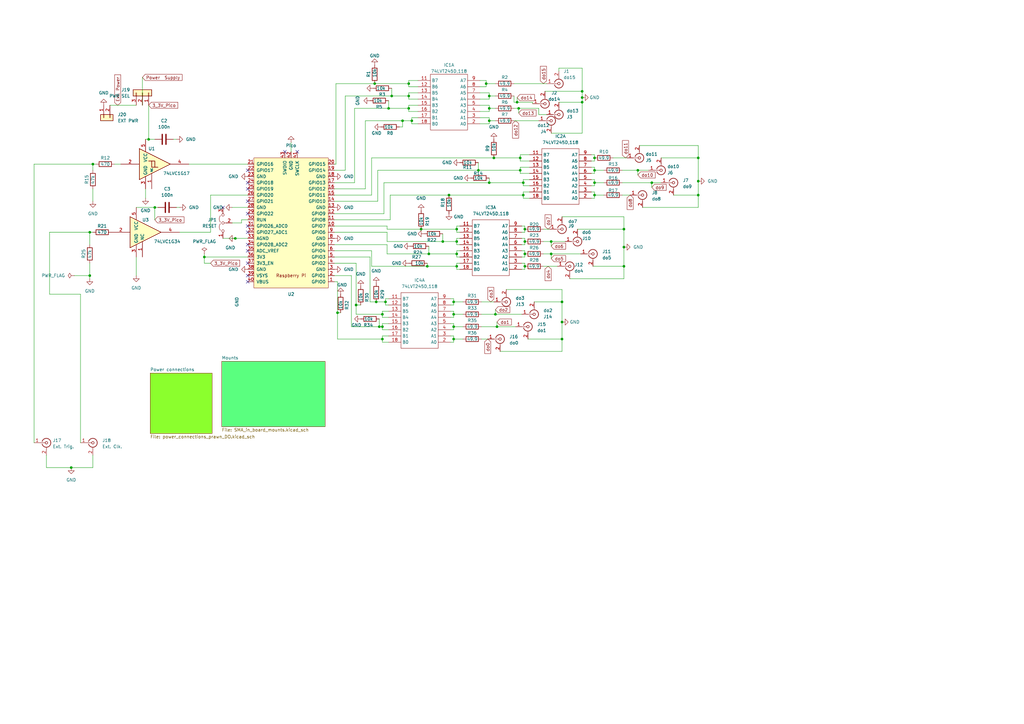
<source format=kicad_sch>
(kicad_sch (version 20230121) (generator eeschema)
  (paper "A3")
  (title_block (title "Prawn DO Breakout") (date "2024-01-19") (rev "01") (company "US Army Research Laboratory") (comment 1 "Email: david.h.meyer3.civ@army.mil") (comment 2 "Original Design By: David Meyer"))
  (junction (at 83.82 105.41))
  (junction (at 214.63 80.01))
  (junction (at 167.64 44.45))
  (junction (at 213.36 69.85))
  (junction (at 187.325 109.22))
  (junction (at 186.055 128.905))
  (junction (at 203.835 133.985))
  (junction (at 213.36 64.77))
  (junction (at 238.76 37.465))
  (junction (at 63.5 85.09))
  (junction (at 226.06 104.14))
  (junction (at 172.72 93.98))
  (junction (at 203.2 128.905))
  (junction (at 215.265 93.98))
  (junction (at 267.335 74.93))
  (junction (at 199.39 34.29))
  (junction (at 156.845 133.985))
  (junction (at 187.325 104.14))
  (junction (at 186.055 123.825))
  (junction (at 184.15 80.01))
  (junction (at 212.725 44.45))
  (junction (at 200.66 49.53))
  (junction (at 167.64 39.37))
  (junction (at 255.905 93.98))
  (junction (at 230.505 132.08))
  (junction (at 215.265 109.22))
  (junction (at 186.055 139.065))
  (junction (at 181.61 99.06))
  (junction (at 167.64 34.29))
  (junction (at 156.845 139.065))
  (junction (at 243.84 64.77))
  (junction (at 200.66 74.93))
  (junction (at 160.655 39.37))
  (junction (at 38.1 67.31))
  (junction (at 286.385 74.295))
  (junction (at 165.1 49.53))
  (junction (at 215.265 99.06))
  (junction (at 243.84 69.85))
  (junction (at 186.055 133.985))
  (junction (at 156.845 128.905))
  (junction (at 146.05 125.095))
  (junction (at 286.385 64.77))
  (junction (at 286.385 80.01))
  (junction (at 243.84 80.01))
  (junction (at 243.84 74.93))
  (junction (at 187.325 93.98))
  (junction (at 215.265 104.14))
  (junction (at 187.325 99.06))
  (junction (at 175.26 109.22))
  (junction (at 29.21 191.77))
  (junction (at 159.385 44.45))
  (junction (at 255.905 109.22))
  (junction (at 155.575 133.985))
  (junction (at 196.215 69.85))
  (junction (at 214.63 74.93))
  (junction (at 255.905 101.346))
  (junction (at 238.76 40.005))
  (junction (at 96.52 97.79))
  (junction (at 36.83 95.25))
  (junction (at 230.505 139.065))
  (junction (at 36.83 113.03))
  (junction (at 158.115 123.825))
  (junction (at 154.305 123.825))
  (junction (at 212.09 41.91))
  (junction (at 202.565 64.77))
  (junction (at 200.66 44.45))
  (junction (at 138.43 128.27))
  (junction (at 261.62 69.85))
  (junction (at 60.96 57.15))
  (junction (at 168.91 49.53))
  (junction (at 175.895 104.14))
  (junction (at 153.67 34.29))
  (junction (at 230.505 123.825))
  (junction (at 238.76 41.91))
  (junction (at 200.66 39.37))
  (junction (at 226.06 99.06))
  (no_connect (at 101.6 77.47))
  (no_connect (at 116.84 62.23))
  (no_connect (at 101.6 113.03))
  (no_connect (at 101.6 82.55))
  (no_connect (at 101.6 100.33))
  (no_connect (at 101.6 69.85))
  (no_connect (at 101.6 87.63))
  (no_connect (at 101.6 74.93))
  (no_connect (at 101.6 107.95))
  (no_connect (at 121.92 62.23))
  (no_connect (at 101.6 102.87))
  (no_connect (at 101.6 92.71))
  (no_connect (at 101.6 95.25))
  (no_connect (at 91.44 85.09))
  (no_connect (at 101.6 115.57))
  (wire (pts (xy 214.63 81.28) (xy 217.17 81.28)))
  (wire (pts (xy 187.325 107.95) (xy 187.325 109.22)))
  (wire (pts (xy 187.325 97.79) (xy 187.325 99.06)))
  (wire (pts (xy 213.36 63.5) (xy 217.17 63.5)))
  (wire (pts (xy 59.69 77.47) (xy 59.69 81.28)))
  (wire (pts (xy 242.57 78.74) (xy 243.84 78.74)))
  (wire (pts (xy 155.575 130.81) (xy 155.575 133.985)))
  (wire (pts (xy 159.385 44.45) (xy 167.64 44.45)))
  (wire (pts (xy 243.84 71.12) (xy 242.57 71.12)))
  (wire (pts (xy 243.84 81.28) (xy 242.57 81.28)))
  (wire (pts (xy 168.91 49.53) (xy 168.91 48.26)))
  (wire (pts (xy 217.17 78.74) (xy 214.63 78.74)))
  (wire (pts (xy 243.205 109.22) (xy 255.905 109.22)))
  (wire (pts (xy 99.06 91.44) (xy 99.06 90.17)))
  (wire (pts (xy 144.145 113.03) (xy 144.145 133.985)))
  (wire (pts (xy 222.885 109.22) (xy 228.6 109.22)))
  (wire (pts (xy 184.785 137.795) (xy 186.055 137.795)))
  (wire (pts (xy 203.835 133.985) (xy 211.455 133.985)))
  (wire (pts (xy 157.48 74.93) (xy 200.66 74.93)))
  (wire (pts (xy 242.57 76.2) (xy 243.84 76.2)))
  (wire (pts (xy 186.055 128.905) (xy 189.865 128.905)))
  (wire (pts (xy 215.265 107.95) (xy 215.265 109.22)))
  (wire (pts (xy 186.055 123.825) (xy 189.865 123.825)))
  (wire (pts (xy 160.02 80.01) (xy 184.15 80.01)))
  (wire (pts (xy 187.325 99.06) (xy 187.325 100.33)))
  (wire (pts (xy 217.17 68.58) (xy 213.36 68.58)))
  (wire (pts (xy 255.905 88.9) (xy 230.505 88.9)))
  (wire (pts (xy 238.76 37.465) (xy 238.76 40.005)))
  (wire (pts (xy 60.96 43.18) (xy 60.96 57.15)))
  (wire (pts (xy 167.64 35.56) (xy 167.64 34.29)))
  (wire (pts (xy 230.505 118.745) (xy 207.645 118.745)))
  (wire (pts (xy 215.265 105.41) (xy 215.265 104.14)))
  (wire (pts (xy 243.84 69.85) (xy 243.84 71.12)))
  (wire (pts (xy 71.12 57.15) (xy 72.39 57.15)))
  (wire (pts (xy 146.05 125.095) (xy 146.05 128.905)))
  (wire (pts (xy 229.235 27.94) (xy 238.76 27.94)))
  (wire (pts (xy 175.26 109.22) (xy 187.325 109.22)))
  (wire (pts (xy 200.66 39.37) (xy 203.2 39.37)))
  (wire (pts (xy 200.66 39.37) (xy 200.66 38.1)))
  (wire (pts (xy 171.45 40.64) (xy 167.64 40.64)))
  (wire (pts (xy 213.36 63.5) (xy 213.36 64.77)))
  (wire (pts (xy 156.845 140.335) (xy 159.385 140.335)))
  (wire (pts (xy 20.32 120.65) (xy 20.32 95.25)))
  (wire (pts (xy 243.84 68.58) (xy 243.84 69.85)))
  (wire (pts (xy 165.1 52.07) (xy 165.1 49.53)))
  (wire (pts (xy 141.605 39.37) (xy 141.605 69.85)))
  (wire (pts (xy 199.39 35.56) (xy 199.39 34.29)))
  (wire (pts (xy 137.16 105.41) (xy 151.765 105.41)))
  (wire (pts (xy 86.36 95.25) (xy 86.36 80.01)))
  (wire (pts (xy 20.32 95.25) (xy 36.83 95.25)))
  (wire (pts (xy 286.385 74.295) (xy 286.385 64.77)))
  (wire (pts (xy 158.115 122.555) (xy 158.115 123.825)))
  (wire (pts (xy 184.15 80.01) (xy 214.63 80.01)))
  (wire (pts (xy 213.36 69.85) (xy 213.36 71.12)))
  (wire (pts (xy 137.16 107.95) (xy 146.05 107.95)))
  (wire (pts (xy 137.16 67.31) (xy 137.795 67.31)))
  (wire (pts (xy 38.1 67.31) (xy 38.1 69.85)))
  (wire (pts (xy 19.05 186.69) (xy 19.05 191.77)))
  (wire (pts (xy 171.45 35.56) (xy 167.64 35.56)))
  (wire (pts (xy 196.85 50.8) (xy 200.66 50.8)))
  (wire (pts (xy 184.785 132.715) (xy 186.055 132.715)))
  (wire (pts (xy 212.725 44.45) (xy 212.725 46.355)))
  (wire (pts (xy 145.415 44.45) (xy 145.415 74.93)))
  (wire (pts (xy 243.84 63.5) (xy 243.84 64.77)))
  (wire (pts (xy 263.525 85.09) (xy 286.385 85.09)))
  (wire (pts (xy 255.905 101.346) (xy 255.905 93.98)))
  (wire (pts (xy 83.82 105.41) (xy 83.82 107.95)))
  (wire (pts (xy 158.75 100.33) (xy 158.75 104.14)))
  (wire (pts (xy 186.055 122.555) (xy 184.785 122.555)))
  (wire (pts (xy 167.64 44.45) (xy 167.64 43.18)))
  (wire (pts (xy 197.485 133.985) (xy 203.835 133.985)))
  (wire (pts (xy 159.385 122.555) (xy 158.115 122.555)))
  (wire (pts (xy 243.84 64.77) (xy 243.84 66.04)))
  (wire (pts (xy 222.885 99.06) (xy 226.06 99.06)))
  (wire (pts (xy 188.595 97.79) (xy 187.325 97.79)))
  (wire (pts (xy 159.385 127.635) (xy 156.845 127.635)))
  (wire (pts (xy 212.09 41.91) (xy 210.82 41.91)))
  (wire (pts (xy 224.155 46.99) (xy 220.98 46.99)))
  (wire (pts (xy 215.265 95.25) (xy 215.265 93.98)))
  (wire (pts (xy 184.785 140.335) (xy 186.055 140.335)))
  (wire (pts (xy 200.66 44.45) (xy 200.66 43.18)))
  (wire (pts (xy 242.57 63.5) (xy 243.84 63.5)))
  (wire (pts (xy 214.63 76.2) (xy 217.17 76.2)))
  (wire (pts (xy 96.52 97.79) (xy 101.6 97.79)))
  (wire (pts (xy 137.16 90.17) (xy 160.02 90.17)))
  (wire (pts (xy 222.885 93.98) (xy 225.425 93.98)))
  (wire (pts (xy 149.86 49.53) (xy 165.1 49.53)))
  (wire (pts (xy 220.98 49.53) (xy 210.82 49.53)))
  (wire (pts (xy 141.605 39.37) (xy 160.655 39.37)))
  (wire (pts (xy 215.265 100.33) (xy 215.265 99.06)))
  (wire (pts (xy 156.845 137.795) (xy 156.845 139.065)))
  (wire (pts (xy 187.325 105.41) (xy 188.595 105.41)))
  (wire (pts (xy 203.835 132.08) (xy 203.835 133.985)))
  (wire (pts (xy 197.485 139.065) (xy 200.025 139.065)))
  (wire (pts (xy 146.05 128.905) (xy 156.845 128.905)))
  (wire (pts (xy 200.66 39.37) (xy 200.66 40.64)))
  (wire (pts (xy 159.385 132.715) (xy 156.845 132.715)))
  (wire (pts (xy 243.84 69.85) (xy 247.65 69.85)))
  (wire (pts (xy 144.145 133.985) (xy 155.575 133.985)))
  (wire (pts (xy 33.02 120.65) (xy 20.32 120.65)))
  (wire (pts (xy 13.97 181.61) (xy 13.97 67.31)))
  (wire (pts (xy 236.855 93.98) (xy 255.905 93.98)))
  (wire (pts (xy 186.055 137.795) (xy 186.055 139.065)))
  (wire (pts (xy 203.2 34.29) (xy 199.39 34.29)))
  (wire (pts (xy 276.225 80.01) (xy 286.385 80.01)))
  (wire (pts (xy 219.075 123.825) (xy 230.505 123.825)))
  (wire (pts (xy 158.75 104.14) (xy 175.895 104.14)))
  (wire (pts (xy 218.44 41.91) (xy 218.44 42.545)))
  (wire (pts (xy 226.06 99.06) (xy 226.06 100.965)))
  (wire (pts (xy 197.485 128.905) (xy 203.2 128.905)))
  (wire (pts (xy 137.16 77.47) (xy 149.86 77.47)))
  (wire (pts (xy 196.85 38.1) (xy 200.66 38.1)))
  (wire (pts (xy 230.505 144.145) (xy 230.505 139.065)))
  (wire (pts (xy 137.16 82.55) (xy 154.94 82.55)))
  (wire (pts (xy 238.76 41.91) (xy 238.76 54.61)))
  (wire (pts (xy 213.995 105.41) (xy 215.265 105.41)))
  (wire (pts (xy 137.16 115.57) (xy 138.43 115.57)))
  (wire (pts (xy 213.995 107.95) (xy 215.265 107.95)))
  (wire (pts (xy 59.69 57.15) (xy 60.96 57.15)))
  (wire (pts (xy 187.325 104.14) (xy 187.325 105.41)))
  (wire (pts (xy 36.83 95.25) (xy 36.83 100.33)))
  (wire (pts (xy 186.055 122.555) (xy 186.055 123.825)))
  (wire (pts (xy 154.94 69.85) (xy 154.94 82.55)))
  (wire (pts (xy 171.45 45.72) (xy 167.64 45.72)))
  (wire (pts (xy 267.335 74.93) (xy 271.145 74.93)))
  (wire (pts (xy 222.885 104.14) (xy 226.06 104.14)))
  (wire (pts (xy 83.82 107.95) (xy 86.36 107.95)))
  (wire (pts (xy 255.905 114.3) (xy 255.905 109.22)))
  (wire (pts (xy 172.72 93.98) (xy 187.325 93.98)))
  (wire (pts (xy 243.84 78.74) (xy 243.84 80.01)))
  (wire (pts (xy 255.27 69.85) (xy 261.62 69.85)))
  (wire (pts (xy 156.845 139.065) (xy 156.845 140.335)))
  (wire (pts (xy 168.91 50.8) (xy 168.91 49.53)))
  (wire (pts (xy 167.64 40.64) (xy 167.64 39.37)))
  (wire (pts (xy 187.325 100.33) (xy 188.595 100.33)))
  (wire (pts (xy 238.76 54.61) (xy 226.06 54.61)))
  (wire (pts (xy 91.44 97.79) (xy 96.52 97.79)))
  (wire (pts (xy 226.06 106.045) (xy 226.06 104.14)))
  (wire (pts (xy 55.88 105.41) (xy 55.88 113.03)))
  (wire (pts (xy 213.995 100.33) (xy 215.265 100.33)))
  (wire (pts (xy 138.43 128.27) (xy 139.7 128.27)))
  (wire (pts (xy 158.75 99.06) (xy 181.61 99.06)))
  (wire (pts (xy 202.565 64.77) (xy 213.36 64.77)))
  (wire (pts (xy 238.76 40.005) (xy 238.76 41.91)))
  (wire (pts (xy 151.765 123.825) (xy 154.305 123.825)))
  (wire (pts (xy 203.2 128.905) (xy 213.995 128.905)))
  (wire (pts (xy 154.94 69.85) (xy 196.215 69.85)))
  (wire (pts (xy 138.43 115.57) (xy 138.43 128.27)))
  (wire (pts (xy 38.1 77.47) (xy 38.1 82.55)))
  (wire (pts (xy 230.505 132.08) (xy 230.505 139.065)))
  (wire (pts (xy 95.25 91.44) (xy 99.06 91.44)))
  (wire (pts (xy 215.265 109.22) (xy 215.265 110.49)))
  (wire (pts (xy 187.325 102.87) (xy 187.325 104.14)))
  (wire (pts (xy 213.36 68.58) (xy 213.36 69.85)))
  (wire (pts (xy 196.85 45.72) (xy 200.66 45.72)))
  (wire (pts (xy 230.505 118.745) (xy 230.505 123.825)))
  (wire (pts (xy 243.84 74.93) (xy 243.84 76.2)))
  (wire (pts (xy 188.595 95.25) (xy 187.325 95.25)))
  (wire (pts (xy 286.385 64.77) (xy 286.385 59.69)))
  (wire (pts (xy 186.055 140.335) (xy 186.055 139.065)))
  (wire (pts (xy 58.42 31.75) (xy 58.42 43.18)))
  (wire (pts (xy 181.61 99.06) (xy 187.325 99.06)))
  (wire (pts (xy 151.765 105.41) (xy 151.765 123.825)))
  (wire (pts (xy 158.115 125.095) (xy 159.385 125.095)))
  (wire (pts (xy 186.055 127.635) (xy 186.055 128.905)))
  (wire (pts (xy 153.67 34.29) (xy 167.64 34.29)))
  (wire (pts (xy 200.66 74.93) (xy 214.63 74.93)))
  (wire (pts (xy 271.145 64.77) (xy 286.385 64.77)))
  (wire (pts (xy 199.39 34.29) (xy 199.39 33.02)))
  (wire (pts (xy 157.48 74.93) (xy 157.48 87.63)))
  (wire (pts (xy 230.505 123.825) (xy 230.505 132.08)))
  (wire (pts (xy 187.325 92.71) (xy 188.595 92.71)))
  (wire (pts (xy 238.76 27.94) (xy 238.76 37.465)))
  (wire (pts (xy 156.845 133.985) (xy 156.845 135.255)))
  (wire (pts (xy 188.595 107.95) (xy 187.325 107.95)))
  (wire (pts (xy 99.06 90.17) (xy 101.6 90.17)))
  (wire (pts (xy 187.325 93.98) (xy 187.325 92.71)))
  (wire (pts (xy 215.265 102.87) (xy 213.995 102.87)))
  (wire (pts (xy 214.63 78.74) (xy 214.63 80.01)))
  (wire (pts (xy 137.16 92.71) (xy 158.75 92.71)))
  (wire (pts (xy 213.36 64.77) (xy 213.36 66.04)))
  (wire (pts (xy 137.16 74.93) (xy 145.415 74.93)))
  (wire (pts (xy 286.385 59.69) (xy 262.255 59.69)))
  (wire (pts (xy 196.85 35.56) (xy 199.39 35.56)))
  (wire (pts (xy 186.055 125.095) (xy 184.785 125.095)))
  (wire (pts (xy 83.82 104.14) (xy 83.82 105.41)))
  (wire (pts (xy 159.385 137.795) (xy 156.845 137.795)))
  (wire (pts (xy 158.75 93.98) (xy 172.72 93.98)))
  (wire (pts (xy 243.84 74.93) (xy 247.65 74.93)))
  (wire (pts (xy 63.5 85.09) (xy 63.5 90.17)))
  (wire (pts (xy 243.84 80.01) (xy 247.65 80.01)))
  (wire (pts (xy 184.785 135.255) (xy 186.055 135.255)))
  (wire (pts (xy 36.83 107.95) (xy 36.83 113.03)))
  (wire (pts (xy 200.66 45.72) (xy 200.66 44.45)))
  (wire (pts (xy 55.88 85.09) (xy 63.5 85.09)))
  (wire (pts (xy 261.62 69.85) (xy 266.065 69.85)))
  (wire (pts (xy 175.26 107.95) (xy 175.26 109.22)))
  (wire (pts (xy 286.385 74.295) (xy 286.385 80.01)))
  (wire (pts (xy 261.62 69.85) (xy 261.62 71.755)))
  (wire (pts (xy 46.99 67.31) (xy 49.53 67.31)))
  (wire (pts (xy 63.5 85.09) (xy 64.77 85.09)))
  (wire (pts (xy 152.4 64.77) (xy 152.4 80.01)))
  (wire (pts (xy 149.86 49.53) (xy 149.86 77.47)))
  (wire (pts (xy 200.66 49.53) (xy 203.2 49.53)))
  (wire (pts (xy 156.845 130.175) (xy 159.385 130.175)))
  (wire (pts (xy 200.66 50.8) (xy 200.66 49.53)))
  (wire (pts (xy 286.385 80.01) (xy 286.385 85.09)))
  (wire (pts (xy 160.655 39.37) (xy 167.64 39.37)))
  (wire (pts (xy 137.16 80.01) (xy 152.4 80.01)))
  (wire (pts (xy 60.96 57.15) (xy 63.5 57.15)))
  (wire (pts (xy 196.85 40.64) (xy 200.66 40.64)))
  (wire (pts (xy 137.16 69.85) (xy 141.605 69.85)))
  (wire (pts (xy 156.845 128.905) (xy 156.845 130.175)))
  (wire (pts (xy 212.09 40.005) (xy 212.09 41.91)))
  (wire (pts (xy 13.97 67.31) (xy 38.1 67.31)))
  (wire (pts (xy 187.325 95.25) (xy 187.325 93.98)))
  (wire (pts (xy 152.4 102.87) (xy 152.4 109.22)))
  (wire (pts (xy 200.66 44.45) (xy 203.2 44.45)))
  (wire (pts (xy 242.57 68.58) (xy 243.84 68.58)))
  (wire (pts (xy 210.82 34.29) (xy 224.155 34.29)))
  (wire (pts (xy 38.1 186.69) (xy 38.1 191.77)))
  (wire (pts (xy 30.48 113.03) (xy 36.83 113.03)))
  (wire (pts (xy 77.47 67.31) (xy 101.6 67.31)))
  (wire (pts (xy 229.235 41.91) (xy 238.76 41.91)))
  (wire (pts (xy 145.415 44.45) (xy 159.385 44.45)))
  (wire (pts (xy 181.61 95.885) (xy 181.61 99.06)))
  (wire (pts (xy 38.1 67.31) (xy 39.37 67.31)))
  (wire (pts (xy 83.82 105.41) (xy 101.6 105.41)))
  (wire (pts (xy 137.795 34.29) (xy 153.67 34.29)))
  (wire (pts (xy 167.64 38.1) (xy 171.45 38.1)))
  (wire (pts (xy 214.63 80.01) (xy 214.63 81.28)))
  (wire (pts (xy 217.17 73.66) (xy 214.63 73.66)))
  (wire (pts (xy 156.845 127.635) (xy 156.845 128.905)))
  (wire (pts (xy 251.46 64.77) (xy 257.175 64.77)))
  (wire (pts (xy 137.16 95.25) (xy 158.75 95.25)))
  (wire (pts (xy 196.215 69.85) (xy 213.36 69.85)))
  (wire (pts (xy 167.64 43.18) (xy 171.45 43.18)))
  (wire (pts (xy 214.63 73.66) (xy 214.63 74.93)))
  (wire (pts (xy 137.16 87.63) (xy 157.48 87.63)))
  (wire (pts (xy 196.85 43.18) (xy 200.66 43.18)))
  (wire (pts (xy 186.055 128.905) (xy 186.055 130.175)))
  (wire (pts (xy 72.39 85.09) (xy 73.66 85.09)))
  (wire (pts (xy 215.265 97.79) (xy 213.995 97.79)))
  (wire (pts (xy 242.57 73.66) (xy 243.84 73.66)))
  (wire (pts (xy 215.265 99.06) (xy 215.265 97.79)))
  (wire (pts (xy 175.895 104.14) (xy 187.325 104.14)))
  (wire (pts (xy 200.66 73.025) (xy 200.66 74.93)))
  (wire (pts (xy 167.64 34.29) (xy 167.64 33.02)))
  (wire (pts (xy 146.05 107.95) (xy 146.05 125.095)))
  (wire (pts (xy 160.02 80.01) (xy 160.02 90.17)))
  (wire (pts (xy 196.85 48.26) (xy 200.66 48.26)))
  (wire (pts (xy 154.305 123.825) (xy 158.115 123.825)))
  (wire (pts (xy 197.485 123.825) (xy 202.565 123.825)))
  (wire (pts (xy 138.43 128.27) (xy 138.43 139.065)))
  (wire (pts (xy 213.995 95.25) (xy 215.265 95.25)))
  (wire (pts (xy 175.895 100.965) (xy 175.895 104.14)))
  (wire (pts (xy 168.91 48.26) (xy 171.45 48.26)))
  (wire (pts (xy 73.66 95.25) (xy 86.36 95.25)))
  (wire (pts (xy 196.85 33.02) (xy 199.39 33.02)))
  (wire (pts (xy 171.45 50.8) (xy 168.91 50.8)))
  (wire (pts (xy 158.75 95.25) (xy 158.75 99.06)))
  (wire (pts (xy 213.36 71.12) (xy 217.17 71.12)))
  (wire (pts (xy 196.215 66.675) (xy 196.215 69.85)))
  (wire (pts (xy 119.38 62.23) (xy 119.38 58.42)))
  (wire (pts (xy 210.82 41.91) (xy 210.82 39.37)))
  (wire (pts (xy 255.27 80.01) (xy 258.445 80.01)))
  (wire (pts (xy 33.02 181.61) (xy 33.02 120.65)))
  (wire (pts (xy 86.36 80.01) (xy 101.6 80.01)))
  (wire (pts (xy 267.335 74.93) (xy 267.335 76.835)))
  (wire (pts (xy 243.84 80.01) (xy 243.84 81.28)))
  (wire (pts (xy 205.105 144.145) (xy 230.505 144.145)))
  (wire (pts (xy 186.055 132.715) (xy 186.055 133.985)))
  (wire (pts (xy 215.265 93.98) (xy 215.265 92.71)))
  (wire (pts (xy 167.64 45.72) (xy 167.64 44.45)))
  (wire (pts (xy 152.4 109.22) (xy 175.26 109.22)))
  (wire (pts (xy 226.06 104.14) (xy 238.125 104.14)))
  (wire (pts (xy 158.75 92.71) (xy 158.75 93.98)))
  (wire (pts (xy 156.845 135.255) (xy 159.385 135.255)))
  (wire (pts (xy 210.82 44.45) (xy 212.725 44.45)))
  (wire (pts (xy 243.84 66.04) (xy 242.57 66.04)))
  (wire (pts (xy 220.98 46.99) (xy 220.98 44.45)))
  (wire (pts (xy 186.055 133.985) (xy 189.865 133.985)))
  (wire (pts (xy 188.595 102.87) (xy 187.325 102.87)))
  (wire (pts (xy 184.785 127.635) (xy 186.055 127.635)))
  (wire (pts (xy 233.68 114.3) (xy 255.905 114.3)))
  (wire (pts (xy 160.655 36.195) (xy 160.655 39.37)))
  (wire (pts (xy 156.845 132.715) (xy 156.845 133.985)))
  (wire (pts (xy 137.16 113.03) (xy 144.145 113.03)))
  (wire (pts (xy 215.265 110.49) (xy 213.995 110.49)))
  (wire (pts (xy 215.265 104.14) (xy 215.265 102.87)))
  (wire (pts (xy 255.905 93.98) (xy 255.905 88.9)))
  (wire (pts (xy 226.06 99.06) (xy 231.775 99.06)))
  (wire (pts (xy 229.235 27.94) (xy 229.235 29.21)))
  (wire (pts (xy 138.43 139.065) (xy 156.845 139.065)))
  (wire (pts (xy 215.265 92.71) (xy 213.995 92.71)))
  (wire (pts (xy 255.27 74.93) (xy 267.335 74.93)))
  (wire (pts (xy 186.055 125.095) (xy 186.055 123.825)))
  (wire (pts (xy 155.575 133.985) (xy 156.845 133.985)))
  (wire (pts (xy 218.44 41.91) (xy 212.09 41.91)))
  (wire (pts (xy 213.36 66.04) (xy 217.17 66.04)))
  (wire (pts (xy 36.83 113.03) (xy 36.83 114.3)))
  (wire (pts (xy 214.63 74.93) (xy 214.63 76.2)))
  (wire (pts (xy 45.085 43.18) (xy 55.88 43.18)))
  (wire (pts (xy 137.795 34.29) (xy 137.795 67.31)))
  (wire (pts (xy 243.84 73.66) (xy 243.84 74.93)))
  (wire (pts (xy 167.64 33.02) (xy 171.45 33.02)))
  (wire (pts (xy 223.52 37.465) (xy 238.76 37.465)))
  (wire (pts (xy 184.785 130.175) (xy 186.055 130.175)))
  (wire (pts (xy 186.055 139.065) (xy 189.865 139.065)))
  (wire (pts (xy 200.66 49.53) (xy 200.66 48.26)))
  (wire (pts (xy 187.325 110.49) (xy 188.595 110.49)))
  (wire (pts (xy 95.25 85.09) (xy 101.6 85.09)))
  (wire (pts (xy 158.115 123.825) (xy 158.115 125.095)))
  (wire (pts (xy 186.055 133.985) (xy 186.055 135.255)))
  (wire (pts (xy 163.83 52.07) (xy 165.1 52.07)))
  (wire (pts (xy 19.05 191.77) (xy 29.21 191.77)))
  (wire (pts (xy 187.325 109.22) (xy 187.325 110.49)))
  (wire (pts (xy 216.535 139.065) (xy 230.505 139.065)))
  (wire (pts (xy 137.16 102.87) (xy 152.4 102.87)))
  (wire (pts (xy 146.05 125.095) (xy 147.955 125.095)))
  (wire (pts (xy 212.725 44.45) (xy 220.98 44.45)))
  (wire (pts (xy 165.1 49.53) (xy 168.91 49.53)))
  (wire (pts (xy 137.16 100.33) (xy 158.75 100.33)))
  (wire (pts (xy 152.4 64.77) (xy 202.565 64.77)))
  (wire (pts (xy 167.64 39.37) (xy 167.64 38.1)))
  (wire (pts (xy 38.1 191.77) (xy 29.21 191.77)))
  (wire (pts (xy 203.2 127) (xy 203.2 128.905)))
  (wire (pts (xy 255.905 109.22) (xy 255.905 101.346)))
  (wire (pts (xy 159.385 41.275) (xy 159.385 44.45)))
  (wire (pts (xy 36.83 95.25) (xy 38.1 95.25)))
  (global_label "do13" (shape input) (at 212.725 46.355 0) (property "Intersheetrefs" "${INTERSHEET_REFS}" (effects hide)))
  (global_label "3_3V_Pico" (shape input) (at 60.96 43.18 0) (property "Intersheetrefs" "${INTERSHEET_REFS}" (effects hide)))
  (global_label "do4" (shape input) (at 224.79 109.22 270) (property "Intersheetrefs" "${INTERSHEET_REFS}" (effects hide)))
  (global_label "do12" (shape input) (at 211.455 49.53 270) (property "Intersheetrefs" "${INTERSHEET_REFS}" (effects hide)))
  (global_label "do15" (shape input) (at 222.885 34.29 90) (property "Intersheetrefs" "${INTERSHEET_REFS}" (effects hide)))
  (global_label "do2" (shape input) (at 203.2 127 0) (property "Intersheetrefs" "${INTERSHEET_REFS}" (effects hide)))
  (global_label "Power  Supply" (shape input) (at 58.42 31.75 0) (property "Intersheetrefs" "${INTERSHEET_REFS}" (effects hide)))
  (global_label "Ext. Power" (shape input) (at 48.26 43.18 90) (property "Intersheetrefs" "${INTERSHEET_REFS}" (effects hide)))
  (global_label "3_3V_Pico" (shape input) (at 86.36 107.95 0) (property "Intersheetrefs" "${INTERSHEET_REFS}" (effects hide)))
  (global_label "do7" (shape input) (at 224.79 93.98 90) (property "Intersheetrefs" "${INTERSHEET_REFS}" (effects hide)))
  (global_label "do9" (shape input) (at 267.335 76.835 0) (property "Intersheetrefs" "${INTERSHEET_REFS}" (effects hide)))
  (global_label "do3" (shape input) (at 201.295 123.825 90) (property "Intersheetrefs" "${INTERSHEET_REFS}" (effects hide)))
  (global_label "do5" (shape input) (at 226.06 106.045 0) (property "Intersheetrefs" "${INTERSHEET_REFS}" (effects hide)))
  (global_label "do0" (shape input) (at 200.025 139.065 270) (property "Intersheetrefs" "${INTERSHEET_REFS}" (effects hide)))
  (global_label "do10" (shape input) (at 261.62 71.755 0) (property "Intersheetrefs" "${INTERSHEET_REFS}" (effects hide)))
  (global_label "3_3V_Pico" (shape input) (at 63.5 90.17 0) (property "Intersheetrefs" "${INTERSHEET_REFS}" (effects hide)))
  (global_label "do14" (shape input) (at 212.09 40.005 0) (property "Intersheetrefs" "${INTERSHEET_REFS}" (effects hide)))
  (global_label "do8" (shape input) (at 258.445 80.01 270) (property "Intersheetrefs" "${INTERSHEET_REFS}" (effects hide)))
  (global_label "do1" (shape input) (at 203.835 132.08 0) (property "Intersheetrefs" "${INTERSHEET_REFS}" (effects hide)))
  (global_label "do6" (shape input) (at 226.06 100.965 0) (property "Intersheetrefs" "${INTERSHEET_REFS}" (effects hide)))
  (global_label "do11" (shape input) (at 256.54 64.77 90) (property "Intersheetrefs" "${INTERSHEET_REFS}" (effects hide)))
  (symbol (lib_id "Connector:Conn_Coaxial") (at 38.1 181.61 0) (unit 1)
    (property "Reference" "J18" (at 41.91 180.6332 0) (effects (justify left)))
    (property "Value" "Ext. Clk." (at 41.91 183.1732 0) (effects (justify left)))
    (property "Footprint" "Connector_Coaxial:SMA_Amphenol_132289_EdgeMount" (effects hide))
    (property "Datasheet" " ~" (effects hide))
  )
  (symbol (lib_id "Device:R") (at 38.1 73.66 0) (unit 1)
    (property "Reference" "R15" (at 35.56 75.565 90) (effects (justify left)))
    (property "Value" "47k" (at 38.1 75.565 90) (effects (justify left)))
    (property "Footprint" "Resistor_SMD:R_1206_3216Metric_Pad1.30x1.75mm_HandSolder" (effects hide))
  )
  (symbol (lib_id "Connector:Conn_Coaxial") (at 216.535 133.985 0) (unit 1)
    (property "Reference" "J15" (at 220.345 133.0082 0) (effects (justify left)))
    (property "Value" "do1" (at 220.345 135.5482 0) (effects (justify left)))
    (property "Footprint" "Connector_Coaxial:SMA_Amphenol_901-144_Vertical" (effects hide))
    (property "Datasheet" " ~" (effects hide))
  )
  (symbol (lib_id "74LVT245D_118:74LVT245D,118_(split)") (at 229.87 85.09 180) (unit 1)
    (property "Reference" "IC2" (at 229.87 55.88 0))
    (property "Value" "74LVT245D,118" (at 229.87 58.42 0))
    (property "Footprint" "ICs:SOIC127P1032X265-20N" (effects hide))
    (property "Datasheet" "https://assets.nexperia.com/documents/data-sheet/74LVT245.pdf" (effects hide))
    (property "Description" "74LVT245 - 3.3 V octal transceiver with direction pin (3-state)@en-us" (effects hide))
  )
  (symbol (lib_id "power:GND") (at 139.7 120.65 180) (unit 1)
    (property "Reference" "#PWR033" (effects hide))
    (property "Value" "GND" (at 140.335 116.84 0))
  )
  (symbol (lib_id "power:GND") (at 202.565 57.15 180) (unit 1)
    (property "Reference" "#PWR08" (effects hide))
    (property "Value" "GND" (at 202.565 52.07 0))
  )
  (symbol (lib_id "Connector:Conn_Coaxial") (at 223.52 42.545 0) (mirror x) (unit 1)
    (property "Reference" "J2" (at 227.33 38.1 0))
    (property "Value" "do14" (at 227.33 40.64 0))
    (property "Footprint" "Connector_Coaxial:SMA_Amphenol_901-144_Vertical" (effects hide))
    (property "Datasheet" " ~" (effects hide))
  )
  (symbol (lib_id "Device:R") (at 207.01 39.37 90) (unit 1)
    (property "Reference" "R4" (at 207.01 36.83 90))
    (property "Value" "49.9" (at 207.01 39.37 90))
    (property "Footprint" "Resistor_SMD:R_1206_3216Metric_Pad1.30x1.75mm_HandSolder" (effects hide))
  )
  (symbol (lib_id "Connector_Generic:Conn_01x03") (at 58.42 38.1 270) (mirror x) (unit 1)
    (property "Reference" "J19" (at 53.34 36.83 90) (effects (justify right)))
    (property "Value" "PWR SEL" (at 53.34 39.37 90) (effects (justify right)))
    (property "Footprint" "Connector_PinHeader_2.54mm:PinHeader_1x03_P2.54mm_Vertical" (effects hide))
  )
  (symbol (lib_id "Connector:Conn_Coaxial") (at 276.225 74.93 0) (unit 1)
    (property "Reference" "J7" (at 280.035 73.9532 0) (effects (justify left)))
    (property "Value" "do9" (at 280.035 76.4932 0) (effects (justify left)))
    (property "Footprint" "Connector_Coaxial:SMA_Amphenol_901-144_Vertical" (effects hide))
    (property "Datasheet" " ~" (effects hide))
  )
  (symbol (lib_id "Device:R") (at 43.18 67.31 90) (unit 1)
    (property "Reference" "R12" (at 43.18 64.77 90))
    (property "Value" "470" (at 43.18 67.31 90))
    (property "Footprint" "Resistor_SMD:R_1206_3216Metric_Pad1.30x1.75mm_HandSolder" (effects hide))
  )
  (symbol (lib_id "Connector:Conn_Coaxial") (at 229.235 46.99 0) (mirror x) (unit 1)
    (property "Reference" "J3" (at 232.41 47.9668 0) (effects (justify left)))
    (property "Value" "do13" (at 232.41 45.4268 0) (effects (justify left)))
    (property "Footprint" "Connector_Coaxial:SMA_Amphenol_901-144_Vertical" (effects hide))
    (property "Datasheet" " ~" (effects hide))
  )
  (symbol (lib_id "power:GND") (at 188.595 66.675 270) (unit 1)
    (property "Reference" "#PWR010" (effects hide))
    (property "Value" "GND" (at 185.42 66.675 90) (effects (justify right)))
  )
  (symbol (lib_id "power:GND") (at 73.66 85.09 90) (unit 1)
    (property "Reference" "#PWR017" (effects hide))
    (property "Value" "GND" (at 77.47 85.09 90) (effects (justify right)))
  )
  (symbol (lib_id "power:GND") (at 29.21 191.77 0) (unit 1)
    (property "Reference" "#PWR036" (effects hide))
    (property "Value" "GND" (at 29.21 196.85 0))
  )
  (symbol (lib_id "Device:R") (at 207.01 34.29 90) (unit 1)
    (property "Reference" "R2" (at 207.01 31.75 90))
    (property "Value" "49.9" (at 207.01 34.29 90))
    (property "Footprint" "Resistor_SMD:R_1206_3216Metric_Pad1.30x1.75mm_HandSolder" (effects hide))
  )
  (symbol (lib_id "Device:R") (at 219.075 99.06 90) (unit 1)
    (property "Reference" "R23" (at 219.075 96.52 90))
    (property "Value" "49.9" (at 219.075 99.06 90))
    (property "Footprint" "Resistor_SMD:R_1206_3216Metric_Pad1.30x1.75mm_HandSolder" (effects hide))
  )
  (symbol (lib_id "Device:R") (at 251.46 80.01 90) (unit 1)
    (property "Reference" "R17" (at 251.46 78.105 90))
    (property "Value" "49.9" (at 251.46 80.01 90))
    (property "Footprint" "Resistor_SMD:R_1206_3216Metric_Pad1.30x1.75mm_HandSolder" (effects hide))
  )
  (symbol (lib_id "power:PWR_FLAG") (at 83.82 104.14 0) (unit 1)
    (property "Reference" "#FLG01" (effects hide))
    (property "Value" "PWR_FLAG" (at 83.82 99.06 0))
  )
  (symbol (lib_id "Device:R") (at 171.45 107.95 270) (unit 1)
    (property "Reference" "R27" (at 168.91 105.41 90) (effects (justify left)))
    (property "Value" "10k" (at 170.18 107.95 90) (effects (justify left)))
    (property "Footprint" "Resistor_SMD:R_0805_2012Metric_Pad1.20x1.40mm_HandSolder" (effects hide))
  )
  (symbol (lib_id "Device:R") (at 154.305 120.015 0) (unit 1)
    (property "Reference" "R29" (at 156.845 118.745 90) (effects (justify right)))
    (property "Value" "10k" (at 154.305 118.745 90) (effects (justify right)))
    (property "Footprint" "Resistor_SMD:R_0805_2012Metric_Pad1.20x1.40mm_HandSolder" (effects hide))
  )
  (symbol (lib_id "power:GND") (at 173.99 95.885 270) (unit 1)
    (property "Reference" "#PWR022" (effects hide))
    (property "Value" "GND" (at 167.005 95.885 90) (effects (justify left)))
  )
  (symbol (lib_id "power:PWR_FLAG") (at 30.48 113.03 90) (unit 1)
    (property "Reference" "#FLG02" (effects hide))
    (property "Value" "PWR_FLAG" (at 26.67 113.03 90) (effects (justify left)))
  )
  (symbol (lib_id "power:GND") (at 286.385 74.295 90) (unit 1)
    (property "Reference" "#PWR014" (effects hide))
    (property "Value" "GND" (at 290.195 74.295 90) (effects (justify right)))
  )
  (symbol (lib_id "Device:R") (at 172.72 90.17 0) (unit 1)
    (property "Reference" "R19" (at 175.26 88.9 90) (effects (justify right)))
    (property "Value" "10k" (at 172.72 88.9 90) (effects (justify right)))
    (property "Footprint" "Resistor_SMD:R_0805_2012Metric_Pad1.20x1.40mm_HandSolder" (effects hide))
  )
  (symbol (lib_id "power:GND") (at 193.04 73.025 270) (unit 1)
    (property "Reference" "#PWR013" (effects hide))
    (property "Value" "GND" (at 187.96 73.025 90))
  )
  (symbol (lib_id "power:GND") (at 101.6 110.49 270) (unit 1)
    (property "Reference" "#PWR027" (effects hide))
    (property "Value" "GND" (at 97.79 110.49 90) (effects (justify right)))
  )
  (symbol (lib_id "Device:C") (at 67.31 57.15 90) (unit 1)
    (property "Reference" "C2" (at 67.31 49.53 90))
    (property "Value" "100n" (at 67.31 52.07 90))
    (property "Footprint" "Capacitor_SMD:C_1206_3216Metric_Pad1.33x1.80mm_HandSolder" (effects hide))
  )
  (symbol (lib_id "Device:R") (at 41.91 95.25 90) (unit 1)
    (property "Reference" "R21" (at 41.91 92.71 90))
    (property "Value" "470" (at 41.91 95.25 90))
    (property "Footprint" "Resistor_SMD:R_1206_3216Metric_Pad1.30x1.75mm_HandSolder" (effects hide))
  )
  (symbol (lib_id "Device:R") (at 219.075 93.98 90) (unit 1)
    (property "Reference" "R20" (at 219.075 92.075 90))
    (property "Value" "49.9" (at 219.075 93.98 90))
    (property "Footprint" "Resistor_SMD:R_1206_3216Metric_Pad1.30x1.75mm_HandSolder" (effects hide))
  )
  (symbol (lib_id "Connector:Conn_Coaxial") (at 262.255 64.77 0) (mirror x) (unit 1)
    (property "Reference" "J5" (at 264.795 65.7468 0) (effects (justify left)))
    (property "Value" "do11" (at 264.795 63.2068 0) (effects (justify left)))
    (property "Footprint" "Connector_Coaxial:SMA_Amphenol_901-144_Vertical" (effects hide))
    (property "Datasheet" " ~" (effects hide))
  )
  (symbol (lib_id "Device:R") (at 193.675 139.065 90) (unit 1)
    (property "Reference" "R36" (at 193.675 136.525 90))
    (property "Value" "49.9" (at 193.675 139.065 90))
    (property "Footprint" "Resistor_SMD:R_1206_3216Metric_Pad1.30x1.75mm_HandSolder" (effects hide))
  )
  (symbol (lib_id "power:GND") (at 147.955 117.475 180) (unit 1)
    (property "Reference" "#PWR032" (effects hide))
    (property "Value" "GND" (at 147.955 112.395 0))
  )
  (symbol (lib_id "power:GND") (at 95.25 85.09 270) (unit 1)
    (property "Reference" "#PWR018" (effects hide))
    (property "Value" "GND" (at 91.44 85.09 90) (effects (justify right)))
  )
  (symbol (lib_id "Device:R") (at 160.02 52.07 270) (unit 1)
    (property "Reference" "R8" (at 161.29 54.61 90) (effects (justify right)))
    (property "Value" "10k" (at 161.29 52.07 90) (effects (justify right)))
    (property "Footprint" "Resistor_SMD:R_0805_2012Metric_Pad1.20x1.40mm_HandSolder" (effects hide))
  )
  (symbol (lib_id "Device:R") (at 193.675 123.825 90) (unit 1)
    (property "Reference" "R31" (at 193.675 121.285 90))
    (property "Value" "49.9" (at 193.675 123.825 90))
    (property "Footprint" "Resistor_SMD:R_1206_3216Metric_Pad1.30x1.75mm_HandSolder" (effects hide))
  )
  (symbol (lib_id "Connector:Conn_Coaxial") (at 243.205 104.14 0) (unit 1)
    (property "Reference" "J11" (at 247.015 103.1632 0) (effects (justify left)))
    (property "Value" "do5" (at 247.015 105.7032 0) (effects (justify left)))
    (property "Footprint" "Connector_Coaxial:SMA_Amphenol_901-144_Vertical" (effects hide))
    (property "Datasheet" " ~" (effects hide))
  )
  (symbol (lib_id "Device:R") (at 193.675 133.985 90) (unit 1)
    (property "Reference" "R35" (at 193.675 131.445 90))
    (property "Value" "49.9" (at 193.675 133.985 90))
    (property "Footprint" "Resistor_SMD:R_1206_3216Metric_Pad1.30x1.75mm_HandSolder" (effects hide))
  )
  (symbol (lib_id "Connector:Conn_Coaxial") (at 236.855 99.06 0) (mirror x) (unit 1)
    (property "Reference" "J10" (at 238.76 97.79 0) (effects (justify left)))
    (property "Value" "do6" (at 238.76 95.25 0) (effects (justify left)))
    (property "Footprint" "Connector_Coaxial:SMA_Amphenol_901-144_Vertical" (effects hide))
    (property "Datasheet" " ~" (effects hide))
  )
  (symbol (lib_id "power:GND") (at 184.15 87.63 0) (unit 1)
    (property "Reference" "#PWR021" (effects hide))
    (property "Value" "GND" (at 186.055 88.9 0) (effects (justify left)))
  )
  (symbol (lib_id "Connector:Conn_Coaxial") (at 219.075 128.905 0) (mirror x) (unit 1)
    (property "Reference" "J14" (at 222.885 129.8818 0) (effects (justify left)))
    (property "Value" "do2" (at 222.885 127.3418 0) (effects (justify left)))
    (property "Footprint" "Connector_Coaxial:SMA_Amphenol_901-144_Vertical" (effects hide))
    (property "Datasheet" " ~" (effects hide))
  )
  (symbol (lib_id "power:GND") (at 168.275 100.965 270) (unit 1)
    (property "Reference" "#PWR025" (effects hide))
    (property "Value" "GND" (at 161.29 100.965 90) (effects (justify left)))
  )
  (symbol (lib_id "Connector:Conn_Coaxial") (at 271.145 69.85 0) (mirror x) (unit 1)
    (property "Reference" "J6" (at 273.685 70.8268 0) (effects (justify left)))
    (property "Value" "do10" (at 273.685 68.2868 0) (effects (justify left)))
    (property "Footprint" "Connector_Coaxial:SMA_Amphenol_901-144_Vertical" (effects hide))
    (property "Datasheet" " ~" (effects hide))
  )
  (symbol (lib_id "Device:R") (at 196.85 73.025 90) (unit 1)
    (property "Reference" "R14" (at 198.12 71.12 90) (effects (justify left)))
    (property "Value" "10k" (at 198.12 73.025 90) (effects (justify left)))
    (property "Footprint" "Resistor_SMD:R_0805_2012Metric_Pad1.20x1.40mm_HandSolder" (effects hide))
  )
  (symbol (lib_id "Device:R") (at 202.565 60.96 180) (unit 1)
    (property "Reference" "R9" (at 200.025 62.23 90) (effects (justify right)))
    (property "Value" "10k" (at 202.565 62.23 90) (effects (justify right)))
    (property "Footprint" "Resistor_SMD:R_0805_2012Metric_Pad1.20x1.40mm_HandSolder" (effects hide))
  )
  (symbol (lib_id "74LVT245D_118:74LVT245D,118_(split)") (at 201.295 114.3 180) (unit 1)
    (property "Reference" "IC3" (at 201.295 85.09 0))
    (property "Value" "74LVT245D,118" (at 201.295 87.63 0))
    (property "Footprint" "ICs:SOIC127P1032X265-20N" (effects hide))
    (property "Datasheet" "https://assets.nexperia.com/documents/data-sheet/74LVT245.pdf" (effects hide))
    (property "Description" "74LVT245 - 3.3 V octal transceiver with direction pin (3-state)@en-us" (effects hide))
  )
  (symbol (lib_id "power:GND") (at 137.16 85.09 90) (unit 1)
    (property "Reference" "#PWR019" (effects hide))
    (property "Value" "GND" (at 140.97 85.09 90) (effects (justify right)))
  )
  (symbol (lib_id "Connector:Conn_Coaxial") (at 205.105 139.065 0) (unit 1)
    (property "Reference" "J16" (at 208.915 138.0882 0) (effects (justify left)))
    (property "Value" "do0" (at 208.915 140.6282 0) (effects (justify left)))
    (property "Footprint" "Connector_Coaxial:SMA_Amphenol_901-144_Vertical" (effects hide))
    (property "Datasheet" " ~" (effects hide))
  )
  (symbol (lib_id "Device:R") (at 251.46 69.85 90) (unit 1)
    (property "Reference" "R13" (at 251.46 67.31 90))
    (property "Value" "49.9" (at 251.46 69.85 90))
    (property "Footprint" "Resistor_SMD:R_1206_3216Metric_Pad1.30x1.75mm_HandSolder" (effects hide))
  )
  (symbol (lib_id "74LVT245D_118:74LVT245D,118_(split)") (at 172.085 144.145 180) (unit 1)
    (property "Reference" "IC4" (at 172.085 114.935 0))
    (property "Value" "74LVT245D,118" (at 172.085 117.475 0))
    (property "Footprint" "ICs:SOIC127P1032X265-20N" (effects hide))
    (property "Datasheet" "https://assets.nexperia.com/documents/data-sheet/74LVT245.pdf" (effects hide))
    (property "Description" "74LVT245 - 3.3 V octal transceiver with direction pin (3-state)@en-us" (effects hide))
  )
  (symbol (lib_id "power:GND") (at 153.67 26.67 180) (unit 1)
    (property "Reference" "#PWR01" (effects hide))
    (property "Value" "GND" (at 153.67 22.86 0))
  )
  (symbol (lib_id "power:GND") (at 154.305 116.205 180) (unit 1)
    (property "Reference" "#PWR031" (effects hide))
    (property "Value" "GND" (at 154.305 111.125 0))
  )
  (symbol (lib_id "MCU_RaspberryPi_and_Boards:Pico") (at 119.38 91.44 180) (unit 1)
    (property "Reference" "U2" (at 119.38 120.65 0))
    (property "Value" "Pico" (at 119.38 59.69 0))
    (property "Footprint" "MCU_RaspberryPi_and_Boards:RPi_Pico_SMD" (effects hide))
  )
  (symbol (lib_id "Device:R") (at 193.675 128.905 90) (unit 1)
    (property "Reference" "R33" (at 193.675 126.365 90))
    (property "Value" "49.9" (at 193.675 128.905 90))
    (property "Footprint" "Resistor_SMD:R_1206_3216Metric_Pad1.30x1.75mm_HandSolder" (effects hide))
  )
  (symbol (lib_id "power:GND") (at 255.905 101.346 90) (unit 1)
    (property "Reference" "#PWR039" (effects hide))
    (property "Value" "GND" (at 259.715 101.346 90) (effects (justify right)))
  )
  (symbol (lib_id "power:GND") (at 119.38 58.42 180) (unit 1)
    (property "Reference" "#PWR09" (effects hide))
    (property "Value" "GND" (effects hide))
  )
  (symbol (lib_id "Device:R") (at 247.65 64.77 90) (unit 1)
    (property "Reference" "R10" (at 247.65 62.23 90))
    (property "Value" "49.9" (at 247.65 64.77 90))
    (property "Footprint" "Resistor_SMD:R_1206_3216Metric_Pad1.30x1.75mm_HandSolder" (effects hide))
  )
  (symbol (lib_id "power:GND") (at 137.16 72.39 90) (unit 1)
    (property "Reference" "#PWR012" (effects hide))
    (property "Value" "GND" (at 140.97 72.39 90) (effects (justify right)))
  )
  (symbol (lib_id "74xGxx:74LVC1G17") (at 64.77 67.31 0) (unit 1)
    (property "Reference" "U1" (at 62.23 60.96 0))
    (property "Value" "74LVC1G17" (at 72.39 71.12 0))
    (property "Footprint" "Package_TO_SOT_SMD:SOT-23-5_HandSoldering" (effects hide))
    (property "Datasheet" "https://www.ti.com/lit/ds/symlink/sn74lvc1g17.pdf" (effects hide))
  )
  (symbol (lib_id "power:GND") (at 238.76 40.005 90) (unit 1)
    (property "Reference" "#PWR03" (effects hide))
    (property "Value" "GND" (at 243.84 40.005 90))
  )
  (symbol (lib_id "Connector:Conn_Coaxial") (at 229.235 34.29 0) (mirror x) (unit 1)
    (property "Reference" "J1" (at 231.14 29.21 0) (effects (justify left)))
    (property "Value" "do15" (at 231.14 31.75 0) (effects (justify left)))
    (property "Footprint" "Connector_Coaxial:SMA_Amphenol_901-144_Vertical" (effects hide))
    (property "Datasheet" " ~" (effects hide))
  )
  (symbol (lib_id "Device:R") (at 184.15 83.82 180) (unit 1)
    (property "Reference" "R18" (at 181.61 85.09 90) (effects (justify right)))
    (property "Value" "10k" (at 184.15 85.09 90) (effects (justify right)))
    (property "Footprint" "Resistor_SMD:R_0805_2012Metric_Pad1.20x1.40mm_HandSolder" (effects hide))
  )
  (symbol (lib_id "power:GND") (at 147.955 130.81 270) (unit 1)
    (property "Reference" "#PWR034" (effects hide))
    (property "Value" "GND" (at 144.145 133.35 90) (effects (justify left)))
  )
  (symbol (lib_id "Device:R") (at 207.01 44.45 90) (unit 1)
    (property "Reference" "R6" (at 207.01 41.91 90))
    (property "Value" "49.9" (at 207.01 44.45 90))
    (property "Footprint" "Resistor_SMD:R_1206_3216Metric_Pad1.30x1.75mm_HandSolder" (effects hide))
  )
  (symbol (lib_id "power:GND") (at 151.765 41.275 270) (unit 1)
    (property "Reference" "#PWR04" (effects hide))
    (property "Value" "GND" (at 146.685 41.275 0))
  )
  (symbol (lib_id "power:GND") (at 42.545 43.18 180) (unit 1)
    (property "Reference" "#PWR05" (effects hide))
    (property "Value" "GND" (at 42.545 38.1 0))
  )
  (symbol (lib_id "Device:R") (at 147.955 121.285 0) (unit 1)
    (property "Reference" "R30" (at 150.495 120.015 90) (effects (justify right)))
    (property "Value" "10k" (at 147.955 120.015 90) (effects (justify right)))
    (property "Footprint" "Resistor_SMD:R_0805_2012Metric_Pad1.20x1.40mm_HandSolder" (effects hide))
  )
  (symbol (lib_id "Device:R") (at 172.085 100.965 270) (unit 1)
    (property "Reference" "R24" (at 173.355 103.505 90) (effects (justify right)))
    (property "Value" "10k" (at 173.355 100.965 90) (effects (justify right)))
    (property "Footprint" "Resistor_SMD:R_0805_2012Metric_Pad1.20x1.40mm_HandSolder" (effects hide))
  )
  (symbol (lib_id "Device:R") (at 251.46 74.93 90) (unit 1)
    (property "Reference" "R16" (at 251.46 73.025 90))
    (property "Value" "49.9" (at 251.46 74.93 90))
    (property "Footprint" "Resistor_SMD:R_1206_3216Metric_Pad1.30x1.75mm_HandSolder" (effects hide))
  )
  (symbol (lib_id "Device:R") (at 36.83 104.14 0) (unit 1)
    (property "Reference" "R25" (at 34.29 106.045 90) (effects (justify left)))
    (property "Value" "47k" (at 36.83 106.045 90) (effects (justify left)))
    (property "Footprint" "Resistor_SMD:R_1206_3216Metric_Pad1.30x1.75mm_HandSolder" (effects hide))
  )
  (symbol (lib_id "Device:R") (at 151.765 130.81 270) (unit 1)
    (property "Reference" "R34" (at 153.035 133.35 90) (effects (justify right)))
    (property "Value" "10k" (at 153.035 130.81 90) (effects (justify right)))
    (property "Footprint" "Resistor_SMD:R_0805_2012Metric_Pad1.20x1.40mm_HandSolder" (effects hide))
  )
  (symbol (lib_id "power:GND") (at 167.64 107.95 270) (unit 1)
    (property "Reference" "#PWR026" (effects hide))
    (property "Value" "GND" (at 160.655 107.95 90) (effects (justify left)))
  )
  (symbol (lib_id "power:GND") (at 230.505 132.08 90) (unit 1)
    (property "Reference" "#PWR035" (effects hide))
    (property "Value" "GND" (at 233.68 132.08 90) (effects (justify right)))
  )
  (symbol (lib_id "Connector:Conn_Coaxial") (at 233.68 109.22 0) (unit 1)
    (property "Reference" "J12" (at 235.585 108.585 0) (effects (justify left)))
    (property "Value" "do4" (at 235.585 111.125 0) (effects (justify left)))
    (property "Footprint" "Connector_Coaxial:SMA_Amphenol_901-144_Vertical" (effects hide))
    (property "Datasheet" " ~" (effects hide))
  )
  (symbol (lib_id "power:GND") (at 72.39 57.15 90) (unit 1)
    (property "Reference" "#PWR07" (effects hide))
    (property "Value" "GND" (at 76.2 57.15 90) (effects (justify right)))
  )
  (symbol (lib_id "power:GND") (at 153.035 36.195 270) (unit 1)
    (property "Reference" "#PWR02" (effects hide))
    (property "Value" "GND" (at 97.155 123.825 0))
  )
  (symbol (lib_id "Device:R") (at 156.845 36.195 270) (unit 1)
    (property "Reference" "R3" (at 158.115 38.735 90) (effects (justify right)))
    (property "Value" "10k" (at 158.115 36.195 90) (effects (justify right)))
    (property "Footprint" "Resistor_SMD:R_0805_2012Metric_Pad1.20x1.40mm_HandSolder" (effects hide))
  )
  (symbol (lib_id "power:GND") (at 101.6 72.39 270) (unit 1)
    (property "Reference" "#PWR011" (effects hide))
    (property "Value" "GND" (at 97.79 72.39 90) (effects (justify right)))
  )
  (symbol (lib_id "74xGxx:74LVC1G34") (at 60.96 95.25 0) (unit 1)
    (property "Reference" "U3" (at 59.69 90.17 0))
    (property "Value" "74LVC1G34" (at 68.58 99.06 0))
    (property "Footprint" "Package_TO_SOT_SMD:SOT-23-5_HandSoldering" (effects hide))
    (property "Datasheet" "https://www.ti.com/lit/ds/symlink/sn74lvc1g34.pdf" (effects hide))
  )
  (symbol (lib_id "power:GND") (at 137.16 110.49 90) (unit 1)
    (property "Reference" "#PWR028" (effects hide))
    (property "Value" "GND" (at 140.97 110.49 90) (effects (justify right)))
  )
  (symbol (lib_id "power:GND") (at 38.1 82.55 0) (unit 1)
    (property "Reference" "#PWR016" (effects hide))
    (property "Value" "GND" (at 38.1 87.63 0))
  )
  (symbol (lib_id "Connector:Conn_Coaxial") (at 207.645 123.825 0) (mirror x) (unit 1)
    (property "Reference" "J13" (at 211.455 124.8018 0) (effects (justify left)))
    (property "Value" "do3" (at 211.455 122.2618 0) (effects (justify left)))
    (property "Footprint" "Connector_Coaxial:SMA_Amphenol_901-144_Vertical" (effects hide))
    (property "Datasheet" " ~" (effects hide))
  )
  (symbol (lib_id "power:GND") (at 156.21 52.07 270) (unit 1)
    (property "Reference" "#PWR06" (effects hide))
    (property "Value" "GND" (at 152.4 54.61 90) (effects (justify left)))
  )
  (symbol (lib_id "Connector:Conn_Coaxial") (at 230.505 93.98 0) (mirror x) (unit 1)
    (property "Reference" "J9" (at 233.045 92.71 0) (effects (justify left)))
    (property "Value" "do7" (at 233.045 90.805 0) (effects (justify left)))
    (property "Footprint" "Connector_Coaxial:SMA_Amphenol_901-144_Vertical" (effects hide))
    (property "Datasheet" " ~" (effects hide))
  )
  (symbol (lib_id "Device:R") (at 177.8 95.885 270) (unit 1)
    (property "Reference" "R22" (at 179.07 98.425 90) (effects (justify right)))
    (property "Value" "10k" (at 179.07 95.885 90) (effects (justify right)))
    (property "Footprint" "Resistor_SMD:R_0805_2012Metric_Pad1.20x1.40mm_HandSolder" (effects hide))
  )
  (symbol (lib_id "Connector_Generic:Conn_01x02") (at 42.545 48.26 90) (mirror x) (unit 1)
    (property "Reference" "J20" (at 48.26 46.99 90) (effects (justify right)))
    (property "Value" "EXT PWR" (at 48.26 49.53 90) (effects (justify right)))
    (property "Footprint" "Connector_Molex:Molex_SL_171971-0002_1x02_P2.54mm_Vertical" (effects hide))
  )
  (symbol (lib_id "Device:R") (at 192.405 66.675 270) (unit 1)
    (property "Reference" "R11" (at 193.675 68.58 90) (effects (justify right)))
    (property "Value" "10k" (at 193.675 66.675 90) (effects (justify right)))
    (property "Footprint" "Resistor_SMD:R_0805_2012Metric_Pad1.20x1.40mm_HandSolder" (effects hide))
  )
  (symbol (lib_id "Device:R") (at 219.075 104.14 90) (unit 1)
    (property "Reference" "R26" (at 219.075 101.6 90))
    (property "Value" "49.9" (at 219.075 104.14 90))
    (property "Footprint" "Resistor_SMD:R_1206_3216Metric_Pad1.30x1.75mm_HandSolder" (effects hide))
  )
  (symbol (lib_id "Device:R") (at 207.01 49.53 90) (unit 1)
    (property "Reference" "R7" (at 207.01 46.99 90))
    (property "Value" "49.9" (at 207.01 49.53 90))
    (property "Footprint" "Resistor_SMD:R_1206_3216Metric_Pad1.30x1.75mm_HandSolder" (effects hide))
  )
  (symbol (lib_id "power:GND") (at 137.16 97.79 90) (unit 1)
    (property "Reference" "#PWR024" (effects hide))
    (property "Value" "GND" (at 140.97 97.79 90) (effects (justify right)))
  )
  (symbol (lib_id "Device:C") (at 68.58 85.09 90) (unit 1)
    (property "Reference" "C3" (at 68.58 77.47 90))
    (property "Value" "100n" (at 68.58 80.01 90))
    (property "Footprint" "Capacitor_SMD:C_1206_3216Metric_Pad1.33x1.80mm_HandSolder" (effects hide))
  )
  (symbol (lib_id "Device:R") (at 219.075 109.22 90) (unit 1)
    (property "Reference" "R28" (at 219.075 106.68 90))
    (property "Value" "49.9" (at 219.075 109.22 90))
    (property "Footprint" "Resistor_SMD:R_1206_3216Metric_Pad1.30x1.75mm_HandSolder" (effects hide))
  )
  (symbol (lib_id "Connector:Conn_Coaxial") (at 226.06 49.53 0) (unit 1)
    (property "Reference" "J4" (at 222.885 53.975 0))
    (property "Value" "do12" (at 222.885 51.435 0))
    (property "Footprint" "Connector_Coaxial:SMA_Amphenol_901-144_Vertical" (effects hide))
    (property "Datasheet" " ~" (effects hide))
  )
  (symbol (lib_id "power:GND") (at 55.88 113.03 0) (unit 1)
    (property "Reference" "#PWR029" (effects hide))
    (property "Value" "GND" (at 55.88 118.11 0))
  )
  (symbol (lib_id "power:GND") (at 36.83 114.3 0) (unit 1)
    (property "Reference" "#PWR030" (effects hide))
    (property "Value" "GND" (at 36.83 119.38 0))
  )
  (symbol (lib_id "Device:R") (at 139.7 124.46 180) (unit 1)
    (property "Reference" "R32" (at 142.24 123.19 90) (effects (justify left)))
    (property "Value" "10k" (at 139.7 123.19 90) (effects (justify left)))
    (property "Footprint" "Resistor_SMD:R_0805_2012Metric_Pad1.20x1.40mm_HandSolder" (effects hide))
  )
  (symbol (lib_id "Device:R") (at 153.67 30.48 180) (unit 1)
    (property "Reference" "R1" (at 151.13 31.75 90) (effects (justify right)))
    (property "Value" "10k" (at 153.67 31.75 90) (effects (justify right)))
    (property "Footprint" "Resistor_SMD:R_0805_2012Metric_Pad1.20x1.40mm_HandSolder" (effects hide))
  )
  (symbol (lib_id "Connector:Conn_Coaxial") (at 19.05 181.61 0) (unit 1)
    (property "Reference" "J17" (at 21.59 180.6332 0) (effects (justify left)))
    (property "Value" "Ext. Trig." (at 21.59 183.1732 0) (effects (justify left)))
    (property "Footprint" "Connector_Coaxial:SMA_Amphenol_132289_EdgeMount" (effects hide))
    (property "Datasheet" " ~" (effects hide))
  )
  (symbol (lib_id "Jumper:Jumper_3_Open") (at 91.44 91.44 90) (unit 1)
    (property "Reference" "JP1" (at 88.9 90.17 90) (effects (justify left)))
    (property "Value" "RESET" (at 88.9 92.71 90) (effects (justify left)))
    (property "Footprint" "Connector_PinHeader_2.54mm:PinHeader_1x03_P2.54mm_Vertical" (effects hide))
  )
  (symbol (lib_id "Device:R") (at 155.575 41.275 270) (unit 1)
    (property "Reference" "R5" (at 156.845 43.815 90) (effects (justify right)))
    (property "Value" "10k" (at 156.845 41.275 90) (effects (justify right)))
    (property "Footprint" "Resistor_SMD:R_0805_2012Metric_Pad1.20x1.40mm_HandSolder" (effects hide))
  )
  (symbol (lib_id "power:GND") (at 59.69 81.28 0) (unit 1)
    (property "Reference" "#PWR015" (effects hide))
    (property "Value" "GND" (at 59.69 86.36 0))
  )
  (symbol (lib_id "power:GND") (at 172.72 86.36 180) (unit 1)
    (property "Reference" "#PWR020" (effects hide))
    (property "Value" "GND" (at 172.72 81.28 0))
  )
  (symbol (lib_id "power:GND") (at 96.52 97.79 270) (unit 1)
    (property "Reference" "#PWR023" (effects hide))
    (property "Value" "GND" (at 96.52 101.6 90) (effects (justify right)))
  )
  (symbol (lib_id "74LVT245D_118:74LVT245D,118_(split)") (at 184.15 54.61 180) (unit 1)
    (property "Reference" "IC1" (at 184.15 26.67 0))
    (property "Value" "74LVT245D,118" (at 184.15 29.21 0))
    (property "Footprint" "ICs:SOIC127P1032X265-20N" (effects hide))
    (property "Datasheet" "https://assets.nexperia.com/documents/data-sheet/74LVT245.pdf" (effects hide))
    (property "Description" "74LVT245 - 3.3 V octal transceiver with direction pin (3-state)@en-us" (effects hide))
  )
  (symbol (lib_id "Connector:Conn_Coaxial") (at 263.525 80.01 0) (unit 1)
    (property "Reference" "J8" (at 267.335 79.0332 0) (effects (justify left)))
    (property "Value" "do8" (at 267.335 81.5732 0) (effects (justify left)))
    (property "Footprint" "Connector_Coaxial:SMA_Amphenol_901-144_Vertical" (effects hide))
    (property "Datasheet" " ~" (effects hide))
  )
  (sheet (at 61.595 153.035) (size 25.4 24.765) (stroke (width 0.1524)) (fill (color 139 255 45 1.0000))
    (property "Sheetname" "Power connections" (at 61.595 152.3234 0) (effects (justify left bottom)))
    (property "Sheetfile" "power_connections_prawn_DO.kicad_sch" (at 61.595 178.3846 0) (effects (justify left top)))
  )
  (sheet (at 90.932 148.209) (size 42.418 26.797) (stroke (width 0.1524)) (fill (color 90 255 127 1.0000))
    (property "Sheetname" "Mounts" (at 90.932 147.4974 0) (effects (justify left bottom)))
    (property "Sheetfile" "SMA_in_board_mounts.kicad_sch" (at 90.932 175.5906 0) (effects (justify left top)))
  )
)
</source>
